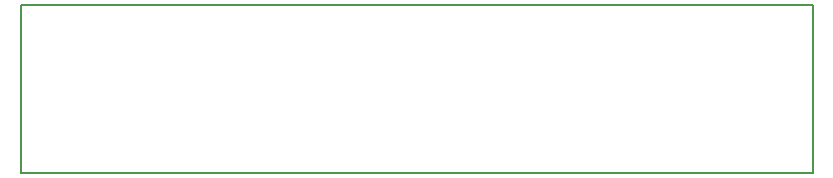
<source format=gbr>
G04 #@! TF.GenerationSoftware,KiCad,Pcbnew,(5.0.2)-1*
G04 #@! TF.CreationDate,2019-09-14T00:07:01-04:00*
G04 #@! TF.ProjectId,TARC Altimeter,54415243-2041-46c7-9469-6d657465722e,0.1*
G04 #@! TF.SameCoordinates,Original*
G04 #@! TF.FileFunction,Profile,NP*
%FSLAX46Y46*%
G04 Gerber Fmt 4.6, Leading zero omitted, Abs format (unit mm)*
G04 Created by KiCad (PCBNEW (5.0.2)-1) date 9/14/2019 12:07:01 AM*
%MOMM*%
%LPD*%
G01*
G04 APERTURE LIST*
%ADD10C,0.150000*%
G04 APERTURE END LIST*
D10*
X104648000Y-90932000D02*
X111252000Y-90932000D01*
X111252000Y-105156000D02*
X104648000Y-105156000D01*
X111252000Y-90932000D02*
X171704000Y-90932000D01*
X104648000Y-105156000D02*
X104648000Y-90932000D01*
X171704000Y-105156000D02*
X111252000Y-105156000D01*
X171704000Y-90932000D02*
X171704000Y-105156000D01*
M02*

</source>
